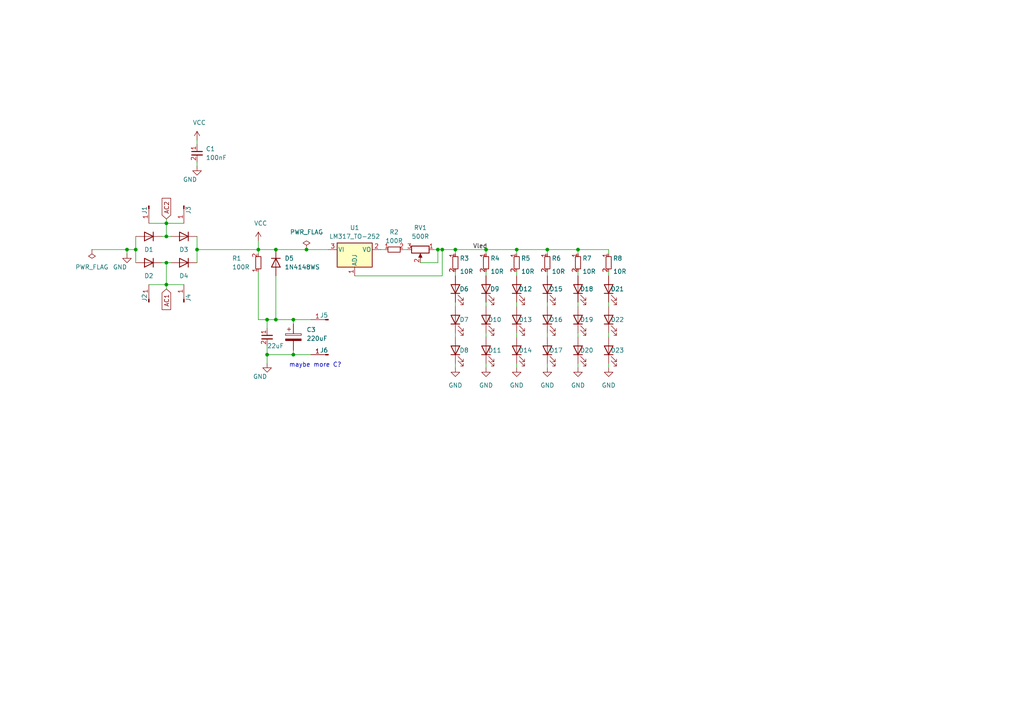
<source format=kicad_sch>
(kicad_sch (version 20231120) (generator "eeschema") (generator_version "8.0")
  (paper "A4")
  (lib_symbols
    (symbol "Connector:Conn_01x01_Pin" (pin_names (offset 1.016) hide)
      (property "Reference" "J" (at 0 2.54 0))
      (property "Value" "Conn_01x01_Pin" (at 0 -2.54 0))
      (symbol "Conn_01x01_Pin_1_1"
        (polyline (pts (xy 1.27 0) (xy 0.8636 0)) (stroke (width 0.1524)))
        (rectangle (start 0.8636 0.127) (end 0 -0.127) (stroke (width 0.1524)) (fill (type outline)))
        (pin passive line (at 5.08 0 180) (length 3.81) (name "Pin_1") (number "1"))
      )
    )
    (symbol "Device:C_Polarized" (pin_numbers hide) (pin_names (offset 0.254))
      (property "Reference" "C" (at 0.635 2.54 0))
      (property "Value" "C_Polarized" (at 0.635 -2.54 0))
      (symbol "C_Polarized_0_1"
        (rectangle (start -2.286 0.508) (end 2.286 1.016))
        (polyline (pts (xy -1.778 2.286) (xy -0.762 2.286)))
        (polyline (pts (xy -1.27 2.794) (xy -1.27 1.778)))
        (rectangle (start 2.286 -0.508) (end -2.286 -1.016) (fill (type outline)))
      )
      (symbol "C_Polarized_1_1"
        (pin passive line (at 0 3.81 270) (length 2.794) (name "~") (number "1"))
        (pin passive line (at 0 -3.81 90) (length 2.794) (name "~") (number "2"))
      )
    )
    (symbol "Device:LED" (pin_numbers hide) (pin_names (offset 1.016) hide)
      (property "Reference" "D" (at 0 2.54 0))
      (property "Value" "LED" (at 0 -2.54 0))
      (symbol "LED_0_1"
        (polyline (pts (xy -1.27 -1.27) (xy -1.27 1.27)) (stroke (width 0.254)))
        (polyline (pts (xy -1.27 0) (xy 1.27 0)))
        (polyline (pts (xy 1.27 -1.27) (xy 1.27 1.27) (xy -1.27 0) (xy 1.27 -1.27)) (stroke (width 0.254)))
        (polyline (pts (xy -3.048 -0.762) (xy -4.572 -2.286) (xy -3.81 -2.286) (xy -4.572 -2.286) (xy -4.572 -1.524)))
        (polyline (pts (xy -1.778 -0.762) (xy -3.302 -2.286) (xy -2.54 -2.286) (xy -3.302 -2.286) (xy -3.302 -1.524)))
      )
      (symbol "LED_1_1"
        (pin passive line (at -3.81 0 0) (length 2.54) (name "K") (number "1"))
        (pin passive line (at 3.81 0 180) (length 2.54) (name "A") (number "2"))
      )
    )
    (symbol "Device:R_Potentiometer" (pin_names (offset 1.016) hide)
      (property "Reference" "RV" (at -4.445 0 90))
      (property "Value" "R_Potentiometer" (at -2.54 0 90))
      (symbol "R_Potentiometer_0_1"
        (polyline (pts (xy 2.54 0) (xy 1.524 0)))
        (polyline (pts (xy 1.143 0) (xy 2.286 0.508) (xy 2.286 -0.508) (xy 1.143 0)) (fill (type outline)))
        (rectangle (start 1.016 2.54) (end -1.016 -2.54) (stroke (width 0.254)))
      )
      (symbol "R_Potentiometer_1_1"
        (pin passive line (at 0 3.81 270) (length 1.27) (name "1") (number "1"))
        (pin passive line (at 3.81 0 180) (length 1.27) (name "2") (number "2"))
        (pin passive line (at 0 -3.81 90) (length 1.27) (name "3") (number "3"))
      )
    )
    (symbol "Regulator_Linear:LM317_TO-252" (pin_names (offset 0.254))
      (property "Reference" "U" (at -3.81 3.175 0))
      (property "Value" "LM317_TO-252" (at 0 3.175 0))
      (symbol "LM317_TO-252_0_1"
        (rectangle (start -5.08 1.905) (end 5.08 -5.08) (stroke (width 0.254)) (fill (type background)))
      )
      (symbol "LM317_TO-252_1_1"
        (pin input line (at 0 -7.62 90) (length 2.54) (name "ADJ") (number "1"))
        (pin power_out line (at 7.62 0 180) (length 2.54) (name "VO") (number "2"))
        (pin power_in line (at -7.62 0 0) (length 2.54) (name "VI") (number "3"))
      )
    )
    (symbol "capacitor_miscellaneous:C_0603_100nF"
      (property "Reference" "U" (at 1.27 2.54 0))
      (property "Value" "100nF" (at 3.81 -2.54 0))
      (property "JLCPCB Part#" "C14663" (at 0 0 0))
      (symbol "C_0603_100nF_0_1"
        (polyline (pts (xy -1.524 -0.508) (xy 1.524 -0.508)) (stroke (width 0.3302)))
        (polyline (pts (xy -1.524 0.508) (xy 1.524 0.508)) (stroke (width 0.3048)))
      )
      (symbol "C_0603_100nF_1_1"
        (pin passive line (at 0 2.54 270) (length 2.032) (name "~") (number "1"))
        (pin passive line (at 0 -2.54 90) (length 2.032) (name "~") (number "2"))
      )
    )
    (symbol "capacitor_miscellaneous:C_1206_47uF"
      (property "Reference" "C" (at 1.27 2.54 0))
      (property "Value" "47uF" (at 3.81 -2.54 0))
      (property "JLCPCB Part#" "C96123" (at 0 0 0))
      (symbol "C_1206_47uF_0_1"
        (polyline (pts (xy -1.524 -0.508) (xy 1.524 -0.508)) (stroke (width 0.3302)))
        (polyline (pts (xy -1.524 0.508) (xy 1.524 0.508)) (stroke (width 0.3048)))
      )
      (symbol "C_1206_47uF_1_1"
        (pin passive line (at 0 2.54 270) (length 2.032) (name "~") (number "1"))
        (pin passive line (at 0 -2.54 90) (length 2.032) (name "~") (number "2"))
      )
    )
    (symbol "custom_kicad_lib_sk:1N4148WS" (pin_numbers hide) (pin_names hide)
      (property "Reference" "D" (at 0 2.54 0))
      (property "Value" "1N4148WS" (at 0 -2.54 0))
      (symbol "1N4148WS_0_1"
        (polyline (pts (xy -1.27 1.27) (xy -1.27 -1.27)) (stroke (width 0.254)))
        (polyline (pts (xy 1.27 0) (xy -1.27 0)))
        (polyline (pts (xy 1.27 1.27) (xy 1.27 -1.27) (xy -1.27 0) (xy 1.27 1.27)) (stroke (width 0.254)))
      )
      (symbol "1N4148WS_1_1"
        (pin passive line (at -3.81 0 0) (length 2.54) (name "K") (number "1"))
        (pin passive line (at 3.81 0 180) (length 2.54) (name "A") (number "2"))
      )
    )
    (symbol "power:GND" (power) (pin_names (offset 0))
      (property "Value" "GND" (at 0 -3.81 0))
      (symbol "GND_0_1"
        (polyline (pts (xy 0 0) (xy 0 -1.27) (xy 1.27 -1.27) (xy 0 -2.54) (xy -1.27 -1.27) (xy 0 -1.27)))
      )
      (symbol "GND_1_1"
        (pin power_in line (at 0 0 270) (length 0) hide (name "GND") (number "1"))
      )
    )
    (symbol "power:PWR_FLAG" (power) (pin_numbers hide) (pin_names (offset 0) hide)
      (property "Value" "PWR_FLAG" (at 0 3.81 0))
      (symbol "PWR_FLAG_0_0"
        (pin power_out line (at 0 0 90) (length 0) (name "pwr") (number "1"))
      )
      (symbol "PWR_FLAG_0_1"
        (polyline (pts (xy 0 0) (xy 0 1.27) (xy -1.016 1.905) (xy 0 2.54) (xy 1.016 1.905) (xy 0 1.27)))
      )
    )
    (symbol "power:VCC" (power) (pin_names (offset 0))
      (property "Value" "VCC" (at 0 3.81 0))
      (symbol "VCC_0_1"
        (polyline (pts (xy -0.762 1.27) (xy 0 2.54)))
        (polyline (pts (xy 0 0) (xy 0 2.54)))
        (polyline (pts (xy 0 2.54) (xy 0.762 1.27)))
      )
      (symbol "VCC_1_1"
        (pin power_in line (at 0 0 90) (length 0) hide (name "VCC") (number "1"))
      )
    )
    (symbol "resistors_0603:R_100R_0603"
      (property "Reference" "R" (at 1.27 2.54 0))
      (property "Value" "100R" (at 2.54 -2.54 0))
      (symbol "R_100R_0603_0_1"
        (rectangle (start -0.762 1.778) (end 0.762 -1.778) (stroke (width 0.2032)))
      )
      (symbol "R_100R_0603_1_1"
        (pin passive line (at 0 2.54 270) (length 0.762) (name "~") (number "1"))
        (pin passive line (at 0 -2.54 90) (length 0.762) (name "~") (number "2"))
      )
    )
    (symbol "resistors_0603:R_10R_0603"
      (property "Reference" "R" (at 1.27 2.54 0))
      (property "Value" "10R" (at 2.54 -2.54 0))
      (symbol "R_10R_0603_0_1"
        (rectangle (start -0.762 1.778) (end 0.762 -1.778) (stroke (width 0.2032)))
      )
      (symbol "R_10R_0603_1_1"
        (pin passive line (at 0 2.54 270) (length 0.762) (name "~") (number "1"))
        (pin passive line (at 0 -2.54 90) (length 0.762) (name "~") (number "2"))
      )
    )
    (symbol "resistors_0805:R_100R_0805"
      (property "Reference" "R" (at 1.27 2.54 0))
      (property "Value" "100R" (at 2.54 -2.54 0))
      (symbol "R_100R_0805_0_1"
        (rectangle (start -0.762 1.778) (end 0.762 -1.778) (stroke (width 0.2032)))
      )
      (symbol "R_100R_0805_1_1"
        (pin passive line (at 0 2.54 270) (length 0.762) (name "~") (number "1"))
        (pin passive line (at 0 -2.54 90) (length 0.762) (name "~") (number "2"))
      )
    )
  )
  (junction (at 48.26 68.58))
  (junction (at 127 72.39))
  (junction (at 80.01 72.39))
  (junction (at 128.27 72.39))
  (junction (at 36.83 72.39))
  (junction (at 74.93 72.39))
  (junction (at 88.9 72.39))
  (junction (at 39.37 72.39))
  (junction (at 77.47 102.87))
  (junction (at 48.26 64.77))
  (junction (at 77.47 92.71))
  (junction (at 158.75 72.39))
  (junction (at 85.09 102.87))
  (junction (at 80.01 92.71))
  (junction (at 85.09 92.71))
  (junction (at 167.64 72.39))
  (junction (at 48.26 82.55))
  (junction (at 132.08 72.39))
  (junction (at 149.86 72.39))
  (junction (at 57.15 72.39))
  (junction (at 140.97 72.39))
  (junction (at 48.26 76.2))
  (wire (pts (xy 140.97 106.68) (xy 140.97 105.41)))
  (wire (pts (xy 149.86 73.66) (xy 149.86 72.39)))
  (wire (pts (xy 77.47 102.87) (xy 85.09 102.87)))
  (wire (pts (xy 128.27 80.01) (xy 102.87 80.01)))
  (wire (pts (xy 176.53 87.63) (xy 176.53 88.9)))
  (wire (pts (xy 85.09 102.87) (xy 90.17 102.87)))
  (wire (pts (xy 77.47 100.33) (xy 77.47 102.87)))
  (wire (pts (xy 132.08 78.74) (xy 132.08 80.01)))
  (wire (pts (xy 85.09 92.71) (xy 90.17 92.71)))
  (wire (pts (xy 48.26 76.2) (xy 48.26 82.55)))
  (wire (pts (xy 48.26 68.58) (xy 46.99 68.58)))
  (wire (pts (xy 26.67 72.39) (xy 36.83 72.39)))
  (wire (pts (xy 158.75 87.63) (xy 158.75 88.9)))
  (wire (pts (xy 48.26 64.77) (xy 43.18 64.77)))
  (wire (pts (xy 132.08 106.68) (xy 132.08 105.41)))
  (wire (pts (xy 140.97 87.63) (xy 140.97 88.9)))
  (wire (pts (xy 128.27 72.39) (xy 132.08 72.39)))
  (wire (pts (xy 127 72.39) (xy 128.27 72.39)))
  (wire (pts (xy 149.86 106.68) (xy 149.86 105.41)))
  (wire (pts (xy 74.93 92.71) (xy 77.47 92.71)))
  (wire (pts (xy 121.92 76.2) (xy 127 76.2)))
  (wire (pts (xy 132.08 87.63) (xy 132.08 88.9)))
  (wire (pts (xy 74.93 69.85) (xy 74.93 72.39)))
  (wire (pts (xy 48.26 76.2) (xy 46.99 76.2)))
  (wire (pts (xy 127 76.2) (xy 127 72.39)))
  (wire (pts (xy 74.93 72.39) (xy 74.93 73.66)))
  (wire (pts (xy 77.47 95.25) (xy 77.47 92.71)))
  (wire (pts (xy 48.26 64.77) (xy 48.26 68.58)))
  (wire (pts (xy 149.86 96.52) (xy 149.86 97.79)))
  (wire (pts (xy 158.75 78.74) (xy 158.75 80.01)))
  (wire (pts (xy 48.26 82.55) (xy 43.18 82.55)))
  (wire (pts (xy 167.64 72.39) (xy 167.64 73.66)))
  (wire (pts (xy 140.97 72.39) (xy 149.86 72.39)))
  (wire (pts (xy 132.08 72.39) (xy 140.97 72.39)))
  (wire (pts (xy 132.08 73.66) (xy 132.08 72.39)))
  (wire (pts (xy 80.01 92.71) (xy 85.09 92.71)))
  (wire (pts (xy 53.34 64.77) (xy 48.26 64.77)))
  (wire (pts (xy 167.64 72.39) (xy 158.75 72.39)))
  (wire (pts (xy 110.49 72.39) (xy 111.76 72.39)))
  (wire (pts (xy 140.97 78.74) (xy 140.97 80.01)))
  (wire (pts (xy 118.11 72.39) (xy 116.84 72.39)))
  (wire (pts (xy 57.15 72.39) (xy 74.93 72.39)))
  (wire (pts (xy 132.08 96.52) (xy 132.08 97.79)))
  (wire (pts (xy 57.15 40.64) (xy 57.15 41.91)))
  (wire (pts (xy 140.97 96.52) (xy 140.97 97.79)))
  (wire (pts (xy 176.53 72.39) (xy 167.64 72.39)))
  (wire (pts (xy 53.34 82.55) (xy 48.26 82.55)))
  (wire (pts (xy 167.64 96.52) (xy 167.64 97.79)))
  (wire (pts (xy 77.47 105.41) (xy 77.47 102.87)))
  (wire (pts (xy 149.86 78.74) (xy 149.86 80.01)))
  (wire (pts (xy 140.97 73.66) (xy 140.97 72.39)))
  (wire (pts (xy 57.15 68.58) (xy 57.15 72.39)))
  (wire (pts (xy 127 72.39) (xy 125.73 72.39)))
  (wire (pts (xy 149.86 87.63) (xy 149.86 88.9)))
  (wire (pts (xy 85.09 92.71) (xy 85.09 93.98)))
  (wire (pts (xy 57.15 48.26) (xy 57.15 46.99)))
  (wire (pts (xy 39.37 72.39) (xy 39.37 76.2)))
  (wire (pts (xy 48.26 63.5) (xy 48.26 64.77)))
  (wire (pts (xy 128.27 72.39) (xy 128.27 80.01)))
  (wire (pts (xy 158.75 106.68) (xy 158.75 105.41)))
  (wire (pts (xy 48.26 76.2) (xy 49.53 76.2)))
  (wire (pts (xy 74.93 78.74) (xy 74.93 92.71)))
  (wire (pts (xy 167.64 106.68) (xy 167.64 105.41)))
  (wire (pts (xy 80.01 72.39) (xy 88.9 72.39)))
  (wire (pts (xy 36.83 72.39) (xy 39.37 72.39)))
  (wire (pts (xy 36.83 73.66) (xy 36.83 72.39)))
  (wire (pts (xy 158.75 96.52) (xy 158.75 97.79)))
  (wire (pts (xy 85.09 101.6) (xy 85.09 102.87)))
  (wire (pts (xy 176.53 96.52) (xy 176.53 97.79)))
  (wire (pts (xy 158.75 72.39) (xy 158.75 73.66)))
  (wire (pts (xy 167.64 78.74) (xy 167.64 80.01)))
  (wire (pts (xy 74.93 72.39) (xy 80.01 72.39)))
  (wire (pts (xy 176.53 106.68) (xy 176.53 105.41)))
  (wire (pts (xy 80.01 80.01) (xy 80.01 92.71)))
  (wire (pts (xy 167.64 87.63) (xy 167.64 88.9)))
  (wire (pts (xy 176.53 72.39) (xy 176.53 73.66)))
  (wire (pts (xy 158.75 72.39) (xy 149.86 72.39)))
  (wire (pts (xy 48.26 82.55) (xy 48.26 83.82)))
  (wire (pts (xy 39.37 68.58) (xy 39.37 72.39)))
  (wire (pts (xy 57.15 72.39) (xy 57.15 76.2)))
  (wire (pts (xy 48.26 68.58) (xy 49.53 68.58)))
  (wire (pts (xy 176.53 78.74) (xy 176.53 80.01)))
  (wire (pts (xy 88.9 72.39) (xy 95.25 72.39)))
  (wire (pts (xy 77.47 92.71) (xy 80.01 92.71)))
  (text "maybe more C?" (at 83.82 106.68 0) (effects (font (size 1.27 1.27)) (justify left bottom)))
  (label "Vled" (at 137.16 72.39 0))
  (global_label "AC1" (shape input) (at 48.26 83.82 270) (property "Intersheetrefs" "${INTERSHEET_REFS}" (effects (hide yes))))
  (global_label "AC2" (shape input) (at 48.26 63.5 90) (property "Intersheetrefs" "${INTERSHEET_REFS}" (effects (hide yes))))
  (symbol (lib_id "Device:LED") (at 158.75 83.82 90) (unit 1)
    (property "Reference" "D15" (at 161.29 83.82 90))
    (property "Value" "LED" (effects (hide yes)))
    (property "Footprint" "LED_SMD:LED_0805_2012Metric" (effects (hide yes)))
    (property "JLCPCB Part#" "C965820" (effects (hide yes)))
  )
  (symbol (lib_id "power:GND") (at 149.86 106.68 0) (unit 1)
    (property "Reference" "#PWR08" (effects (hide yes)))
    (property "Value" "GND" (at 149.86 111.76 0))
  )
  (symbol (lib_id "custom_kicad_lib_sk:1N4148WS") (at 80.01 76.2 270) (unit 1)
    (property "Reference" "D5" (at 82.55 74.93 90) (effects (justify left)))
    (property "Value" "1N4148WS" (at 82.55 77.47 90) (effects (justify left)))
    (property "Footprint" "Diode_SMD:D_SOD-323" (effects (hide yes)))
    (property "Datasheet" "https://www.vishay.com/docs/85751/1n4148ws.pdf" (effects (hide yes)))
    (property "Sim.Device" "D" (effects (hide yes)))
    (property "Sim.Pins" "1=K 2=A" (effects (hide yes)))
    (property "JLCPCB Part#" "C2128" (effects (hide yes)))
  )
  (symbol (lib_id "power:GND") (at 77.47 105.41 0) (unit 1)
    (property "Reference" "#PWR05" (effects (hide yes)))
    (property "Value" "GND" (at 77.47 109.22 0) (effects (justify right)))
  )
  (symbol (lib_id "capacitor_miscellaneous:C_1206_47uF") (at 77.47 97.79 0) (unit 1)
    (property "Reference" "C2" (effects (hide yes)))
    (property "Value" "22uF" (at 77.47 100.33 0) (effects (justify left)))
    (property "Footprint" "Capacitor_SMD:C_1206_3216Metric" (effects (hide yes)))
    (property "JLCPCB Part#" "C12891" (effects (hide yes)))
  )
  (symbol (lib_id "Connector:Conn_01x01_Pin") (at 53.34 87.63 90) (unit 1)
    (property "Reference" "J4" (at 54.61 86.36 0))
    (property "Value" "Conn_01x01_Pin" (effects (hide yes)))
    (property "Footprint" "custom_kicad_lib_sk:01_solderpad_2.54" (effects (hide yes)))
  )
  (symbol (lib_id "Device:LED") (at 167.64 92.71 90) (unit 1)
    (property "Reference" "D19" (at 170.18 92.71 90))
    (property "Value" "LED" (effects (hide yes)))
    (property "Footprint" "LED_SMD:LED_0805_2012Metric" (effects (hide yes)))
    (property "JLCPCB Part#" "C965820" (effects (hide yes)))
  )
  (symbol (lib_id "resistors_0603:R_100R_0603") (at 114.3 72.39 90) (unit 1)
    (property "Reference" "R2" (at 114.3 67.31 90))
    (property "Value" "100R" (at 114.3 69.85 90))
    (property "Footprint" "custom_kicad_lib_sk:R_0603_smalltext" (effects (hide yes)))
    (property "JLCPCB Part#" "C22775" (effects (hide yes)))
  )
  (symbol (lib_id "power:GND") (at 158.75 106.68 0) (unit 1)
    (property "Reference" "#PWR09" (effects (hide yes)))
    (property "Value" "GND" (at 158.75 111.76 0))
  )
  (symbol (lib_id "Device:LED") (at 167.64 83.82 90) (unit 1)
    (property "Reference" "D18" (at 170.18 83.82 90))
    (property "Value" "LED" (effects (hide yes)))
    (property "Footprint" "LED_SMD:LED_0805_2012Metric" (effects (hide yes)))
    (property "JLCPCB Part#" "C965820" (effects (hide yes)))
  )
  (symbol (lib_id "Device:C_Polarized") (at 85.09 97.79 0) (unit 1)
    (property "Reference" "C3" (at 88.9 95.6309 0) (effects (justify left)))
    (property "Value" "220uF" (at 88.9 98.1709 0) (effects (justify left)))
    (property "Footprint" "Capacitor_SMD:C_Elec_8x10.2" (effects (hide yes)))
    (property "Description" "Polarized capacitor" (effects (hide yes)))
    (property "JLCPCB Part#" "C136294" (effects (hide yes)))
  )
  (symbol (lib_id "resistors_0603:R_10R_0603") (at 149.86 76.2 0) (unit 1)
    (property "Reference" "R5" (at 151.13 74.93 0) (effects (justify left)))
    (property "Value" "10R" (at 151.13 78.74 0) (effects (justify left)))
    (property "Footprint" "custom_kicad_lib_sk:R_0603_smalltext" (effects (hide yes)))
    (property "JLCPCB Part#" "C22859" (effects (hide yes)))
  )
  (symbol (lib_id "power:GND") (at 176.53 106.68 0) (unit 1)
    (property "Reference" "#PWR0102" (effects (hide yes)))
    (property "Value" "GND" (at 176.53 111.76 0))
  )
  (symbol (lib_id "power:GND") (at 167.64 106.68 0) (unit 1)
    (property "Reference" "#PWR0101" (effects (hide yes)))
    (property "Value" "GND" (at 167.64 111.76 0))
  )
  (symbol (lib_id "Device:LED") (at 140.97 83.82 90) (unit 1)
    (property "Reference" "D9" (at 143.51 83.82 90))
    (property "Value" "LED" (effects (hide yes)))
    (property "Footprint" "LED_SMD:LED_0805_2012Metric" (effects (hide yes)))
    (property "JLCPCB Part#" "C965820" (effects (hide yes)))
  )
  (symbol (lib_id "Connector:Conn_01x01_Pin") (at 43.18 59.69 270) (unit 1)
    (property "Reference" "J1" (at 41.91 60.96 0))
    (property "Value" "Conn_01x01_Pin" (effects (hide yes)))
    (property "Footprint" "custom_kicad_lib_sk:01_solderpad_2.54" (effects (hide yes)))
  )
  (symbol (lib_id "custom_kicad_lib_sk:1N4148WS") (at 43.18 68.58 180) (unit 1)
    (property "Reference" "D1" (at 43.18 72.39 0))
    (property "Value" "1N4148WS" (effects (hide yes)))
    (property "Footprint" "Diode_SMD:D_SOD-323" (effects (hide yes)))
    (property "Datasheet" "https://www.vishay.com/docs/85751/1n4148ws.pdf" (effects (hide yes)))
    (property "Sim.Device" "D" (effects (hide yes)))
    (property "Sim.Pins" "1=K 2=A" (effects (hide yes)))
    (property "JLCPCB Part#" "C2128" (effects (hide yes)))
  )
  (symbol (lib_id "Device:LED") (at 140.97 101.6 90) (unit 1)
    (property "Reference" "D11" (at 143.51 101.6 90))
    (property "Value" "LED" (effects (hide yes)))
    (property "Footprint" "LED_SMD:LED_0805_2012Metric" (effects (hide yes)))
    (property "JLCPCB Part#" "C965820" (effects (hide yes)))
  )
  (symbol (lib_id "custom_kicad_lib_sk:1N4148WS") (at 53.34 68.58 180) (unit 1)
    (property "Reference" "D3" (at 53.34 72.39 0))
    (property "Value" "1N4148WS" (effects (hide yes)))
    (property "Footprint" "Diode_SMD:D_SOD-323" (effects (hide yes)))
    (property "Datasheet" "https://www.vishay.com/docs/85751/1n4148ws.pdf" (effects (hide yes)))
    (property "Sim.Device" "D" (effects (hide yes)))
    (property "Sim.Pins" "1=K 2=A" (effects (hide yes)))
    (property "JLCPCB Part#" "C2128" (effects (hide yes)))
  )
  (symbol (lib_id "resistors_0805:R_100R_0805") (at 74.93 76.2 180) (unit 1)
    (property "Reference" "R1" (at 67.31 74.93 0) (effects (justify right)))
    (property "Value" "100R" (at 67.31 77.47 0) (effects (justify right)))
    (property "Footprint" "custom_kicad_lib_sk:R_0805_handsolder-smalltext" (effects (hide yes)))
    (property "JLCPCB Part#" "C17408" (effects (hide yes)))
  )
  (symbol (lib_id "Device:LED") (at 149.86 83.82 90) (unit 1)
    (property "Reference" "D12" (at 152.4 83.82 90))
    (property "Value" "LED" (effects (hide yes)))
    (property "Footprint" "LED_SMD:LED_0805_2012Metric" (effects (hide yes)))
    (property "JLCPCB Part#" "C965820" (effects (hide yes)))
  )
  (symbol (lib_id "Device:LED") (at 132.08 92.71 90) (unit 1)
    (property "Reference" "D7" (at 134.62 92.71 90))
    (property "Value" "LED" (effects (hide yes)))
    (property "Footprint" "LED_SMD:LED_0805_2012Metric" (effects (hide yes)))
    (property "JLCPCB Part#" "C965820" (effects (hide yes)))
  )
  (symbol (lib_id "Connector:Conn_01x01_Pin") (at 95.25 92.71 180) (unit 1)
    (property "Reference" "J5" (at 93.98 91.44 0))
    (property "Value" "Conn_01x01_Pin" (effects (hide yes)))
    (property "Footprint" "custom_kicad_lib_sk:01_solderpad_2.54" (effects (hide yes)))
  )
  (symbol (lib_id "power:GND") (at 140.97 106.68 0) (unit 1)
    (property "Reference" "#PWR07" (effects (hide yes)))
    (property "Value" "GND" (at 140.97 111.76 0))
  )
  (symbol (lib_id "Device:LED") (at 176.53 101.6 90) (unit 1)
    (property "Reference" "D23" (at 179.07 101.6 90))
    (property "Value" "LED" (effects (hide yes)))
    (property "Footprint" "LED_SMD:LED_0805_2012Metric" (effects (hide yes)))
    (property "JLCPCB Part#" "C965820" (effects (hide yes)))
  )
  (symbol (lib_id "resistors_0603:R_10R_0603") (at 167.64 76.2 0) (unit 1)
    (property "Reference" "R7" (at 168.91 74.93 0) (effects (justify left)))
    (property "Value" "10R" (at 168.91 78.74 0) (effects (justify left)))
    (property "Footprint" "custom_kicad_lib_sk:R_0603_smalltext" (effects (hide yes)))
    (property "JLCPCB Part#" "C22859" (effects (hide yes)))
  )
  (symbol (lib_id "Connector:Conn_01x01_Pin") (at 53.34 59.69 270) (unit 1)
    (property "Reference" "J3" (at 54.61 60.96 0))
    (property "Value" "Conn_01x01_Pin" (effects (hide yes)))
    (property "Footprint" "custom_kicad_lib_sk:01_solderpad_2.54" (effects (hide yes)))
  )
  (symbol (lib_id "Device:LED") (at 167.64 101.6 90) (unit 1)
    (property "Reference" "D20" (at 170.18 101.6 90))
    (property "Value" "LED" (effects (hide yes)))
    (property "Footprint" "LED_SMD:LED_0805_2012Metric" (effects (hide yes)))
    (property "JLCPCB Part#" "C965820" (effects (hide yes)))
  )
  (symbol (lib_id "Device:LED") (at 158.75 92.71 90) (unit 1)
    (property "Reference" "D16" (at 161.29 92.71 90))
    (property "Value" "LED" (effects (hide yes)))
    (property "Footprint" "LED_SMD:LED_0805_2012Metric" (effects (hide yes)))
    (property "JLCPCB Part#" "C965820" (effects (hide yes)))
  )
  (symbol (lib_id "Regulator_Linear:LM317_TO-252") (at 102.87 72.39 0) (unit 1)
    (property "Reference" "U1" (at 102.87 66.04 0))
    (property "Value" "LM317_TO-252" (at 102.87 68.58 0))
    (property "Footprint" "Package_TO_SOT_SMD:TO-252-2" (effects (hide yes)))
    (property "Datasheet" "http://www.ti.com/lit/ds/snvs774n/snvs774n.pdf" (effects (hide yes)))
    (property "JLCPCB Part#" "C75510" (effects (hide yes)))
  )
  (symbol (lib_id "Device:R_Potentiometer") (at 121.92 72.39 270) (unit 1)
    (property "Reference" "RV1" (at 121.92 66.04 90))
    (property "Value" "500R" (at 121.92 68.58 90))
    (property "Footprint" "Potentiometer_SMD:Potentiometer_Bourns_TC33X_Vertical" (effects (hide yes)))
    (property "JLCPCB Part#" "C720649" (effects (hide yes)))
  )
  (symbol (lib_id "Device:LED") (at 158.75 101.6 90) (unit 1)
    (property "Reference" "D17" (at 161.29 101.6 90))
    (property "Value" "LED" (effects (hide yes)))
    (property "Footprint" "LED_SMD:LED_0805_2012Metric" (effects (hide yes)))
    (property "JLCPCB Part#" "C965820" (effects (hide yes)))
  )
  (symbol (lib_id "power:GND") (at 132.08 106.68 0) (unit 1)
    (property "Reference" "#PWR06" (effects (hide yes)))
    (property "Value" "GND" (at 132.08 111.76 0))
  )
  (symbol (lib_id "custom_kicad_lib_sk:1N4148WS") (at 53.34 76.2 180) (unit 1)
    (property "Reference" "D4" (at 53.34 80.01 0))
    (property "Value" "1N4148WS" (effects (hide yes)))
    (property "Footprint" "Diode_SMD:D_SOD-323" (effects (hide yes)))
    (property "Datasheet" "https://www.vishay.com/docs/85751/1n4148ws.pdf" (effects (hide yes)))
    (property "Sim.Device" "D" (effects (hide yes)))
    (property "Sim.Pins" "1=K 2=A" (effects (hide yes)))
    (property "JLCPCB Part#" "C2128" (effects (hide yes)))
  )
  (symbol (lib_id "Device:LED") (at 140.97 92.71 90) (unit 1)
    (property "Reference" "D10" (at 143.51 92.71 90))
    (property "Value" "LED" (effects (hide yes)))
    (property "Footprint" "LED_SMD:LED_0805_2012Metric" (effects (hide yes)))
    (property "JLCPCB Part#" "C965820" (effects (hide yes)))
  )
  (symbol (lib_id "power:VCC") (at 57.15 40.64 0) (unit 1)
    (property "Reference" "#PWR02" (effects (hide yes)))
    (property "Value" "VCC" (at 55.88 35.56 0) (effects (justify left)))
  )
  (symbol (lib_id "resistors_0603:R_10R_0603") (at 158.75 76.2 0) (unit 1)
    (property "Reference" "R6" (at 160.02 74.93 0) (effects (justify left)))
    (property "Value" "10R" (at 160.02 78.74 0) (effects (justify left)))
    (property "Footprint" "custom_kicad_lib_sk:R_0603_smalltext" (effects (hide yes)))
    (property "JLCPCB Part#" "C22859" (effects (hide yes)))
  )
  (symbol (lib_id "power:GND") (at 57.15 48.26 0) (unit 1)
    (property "Reference" "#PWR03" (effects (hide yes)))
    (property "Value" "GND" (at 57.15 52.07 0) (effects (justify right)))
  )
  (symbol (lib_id "Device:LED") (at 132.08 101.6 90) (unit 1)
    (property "Reference" "D8" (at 134.62 101.6 90))
    (property "Value" "LED" (effects (hide yes)))
    (property "Footprint" "LED_SMD:LED_0805_2012Metric" (effects (hide yes)))
    (property "JLCPCB Part#" "C965820" (effects (hide yes)))
  )
  (symbol (lib_id "Connector:Conn_01x01_Pin") (at 43.18 87.63 90) (unit 1)
    (property "Reference" "J2" (at 41.91 86.36 0))
    (property "Value" "Conn_01x01_Pin" (effects (hide yes)))
    (property "Footprint" "custom_kicad_lib_sk:01_solderpad_2.54" (effects (hide yes)))
  )
  (symbol (lib_id "power:PWR_FLAG") (at 88.9 72.39 0) (unit 1)
    (property "Reference" "#FLG01" (effects (hide yes)))
    (property "Value" "PWR_FLAG" (at 88.9 67.31 0))
  )
  (symbol (lib_id "Device:LED") (at 149.86 101.6 90) (unit 1)
    (property "Reference" "D14" (at 152.4 101.6 90))
    (property "Value" "LED" (effects (hide yes)))
    (property "Footprint" "LED_SMD:LED_0805_2012Metric" (effects (hide yes)))
    (property "JLCPCB Part#" "C965820" (effects (hide yes)))
  )
  (symbol (lib_id "Device:LED") (at 176.53 83.82 90) (unit 1)
    (property "Reference" "D21" (at 179.07 83.82 90))
    (property "Value" "LED" (effects (hide yes)))
    (property "Footprint" "LED_SMD:LED_0805_2012Metric" (effects (hide yes)))
    (property "JLCPCB Part#" "C965820" (effects (hide yes)))
  )
  (symbol (lib_id "Device:LED") (at 149.86 92.71 90) (unit 1)
    (property "Reference" "D13" (at 152.4 92.71 90))
    (property "Value" "LED" (effects (hide yes)))
    (property "Footprint" "LED_SMD:LED_0805_2012Metric" (effects (hide yes)))
    (property "JLCPCB Part#" "C965820" (effects (hide yes)))
  )
  (symbol (lib_id "Connector:Conn_01x01_Pin") (at 95.25 102.87 180) (unit 1)
    (property "Reference" "J6" (at 93.98 101.6 0))
    (property "Value" "Conn_01x01_Pin" (effects (hide yes)))
    (property "Footprint" "custom_kicad_lib_sk:01_solderpad_2.54" (effects (hide yes)))
  )
  (symbol (lib_id "resistors_0603:R_10R_0603") (at 140.97 76.2 0) (unit 1)
    (property "Reference" "R4" (at 142.24 74.93 0) (effects (justify left)))
    (property "Value" "10R" (at 142.24 78.74 0) (effects (justify left)))
    (property "Footprint" "custom_kicad_lib_sk:R_0603_smalltext" (effects (hide yes)))
    (property "JLCPCB Part#" "C22859" (effects (hide yes)))
  )
  (symbol (lib_id "resistors_0603:R_10R_0603") (at 176.53 76.2 0) (unit 1)
    (property "Reference" "R8" (at 177.8 74.93 0) (effects (justify left)))
    (property "Value" "10R" (at 177.8 78.74 0) (effects (justify left)))
    (property "Footprint" "custom_kicad_lib_sk:R_0603_smalltext" (effects (hide yes)))
    (property "JLCPCB Part#" "C22859" (effects (hide yes)))
  )
  (symbol (lib_id "power:GND") (at 36.83 73.66 0) (unit 1)
    (property "Reference" "#PWR01" (effects (hide yes)))
    (property "Value" "GND" (at 36.83 77.47 0) (effects (justify right)))
  )
  (symbol (lib_id "power:PWR_FLAG") (at 26.67 72.39 180) (unit 1)
    (property "Reference" "#FLG02" (effects (hide yes)))
    (property "Value" "PWR_FLAG" (at 26.67 77.47 0))
  )
  (symbol (lib_id "Device:LED") (at 132.08 83.82 90) (unit 1)
    (property "Reference" "D6" (at 134.62 83.82 90))
    (property "Value" "LED" (effects (hide yes)))
    (property "Footprint" "LED_SMD:LED_0805_2012Metric" (effects (hide yes)))
    (property "JLCPCB Part#" "C965820" (effects (hide yes)))
  )
  (symbol (lib_id "capacitor_miscellaneous:C_0603_100nF") (at 57.15 44.45 0) (unit 1)
    (property "Reference" "C1" (at 59.69 43.1863 0) (effects (justify left)))
    (property "Value" "100nF" (at 59.69 45.7263 0) (effects (justify left)))
    (property "Footprint" "Capacitor_SMD:C_0603_1608Metric" (effects (hide yes)))
    (property "JLCPCB Part#" "C14663" (effects (hide yes)))
  )
  (symbol (lib_id "power:VCC") (at 74.93 69.85 0) (unit 1)
    (property "Reference" "#PWR04" (effects (hide yes)))
    (property "Value" "VCC" (at 73.66 64.77 0) (effects (justify left)))
  )
  (symbol (lib_id "resistors_0603:R_10R_0603") (at 132.08 76.2 0) (unit 1)
    (property "Reference" "R3" (at 133.35 74.93 0) (effects (justify left)))
    (property "Value" "10R" (at 133.35 78.74 0) (effects (justify left)))
    (property "Footprint" "custom_kicad_lib_sk:R_0603_smalltext" (effects (hide yes)))
    (property "JLCPCB Part#" "C22859" (effects (hide yes)))
  )
  (symbol (lib_id "custom_kicad_lib_sk:1N4148WS") (at 43.18 76.2 180) (unit 1)
    (property "Reference" "D2" (at 43.18 80.01 0))
    (property "Value" "1N4148WS" (effects (hide yes)))
    (property "Footprint" "Diode_SMD:D_SOD-323" (effects (hide yes)))
    (property "Datasheet" "https://www.vishay.com/docs/85751/1n4148ws.pdf" (effects (hide yes)))
    (property "Sim.Device" "D" (effects (hide yes)))
    (property "Sim.Pins" "1=K 2=A" (effects (hide yes)))
    (property "JLCPCB Part#" "C2128" (effects (hide yes)))
  )
  (symbol (lib_id "Device:LED") (at 176.53 92.71 90) (unit 1)
    (property "Reference" "D22" (at 179.07 92.71 90))
    (property "Value" "LED" (effects (hide yes)))
    (property "Footprint" "LED_SMD:LED_0805_2012Metric" (effects (hide yes)))
    (property "JLCPCB Part#" "C965820" (effects (hide yes)))
  )
)
</source>
